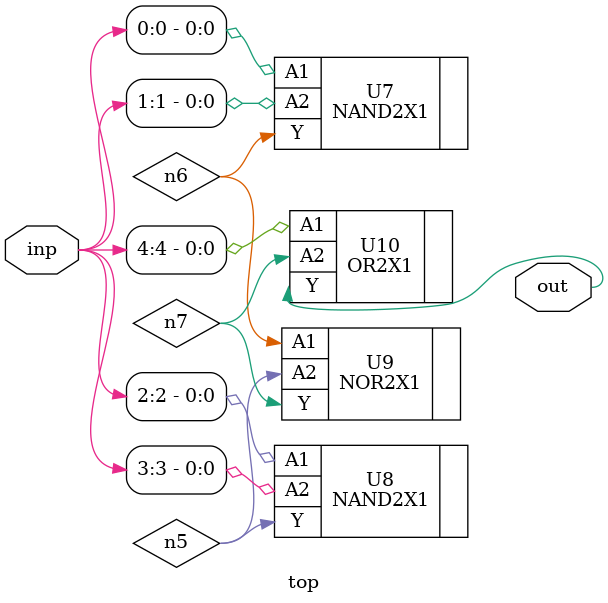
<source format=sv>


module top ( inp, out );
  input [4:0] inp;
  output out;
  wire   n5, n6, n7;

  NAND2X1 U7 ( .A1(inp[0]), .A2(inp[1]), .Y(n6) );
  NAND2X1 U8 ( .A1(inp[2]), .A2(inp[3]), .Y(n5) );
  NOR2X1 U9 ( .A1(n6), .A2(n5), .Y(n7) );
  OR2X1 U10 ( .A1(inp[4]), .A2(n7), .Y(out) );
endmodule


</source>
